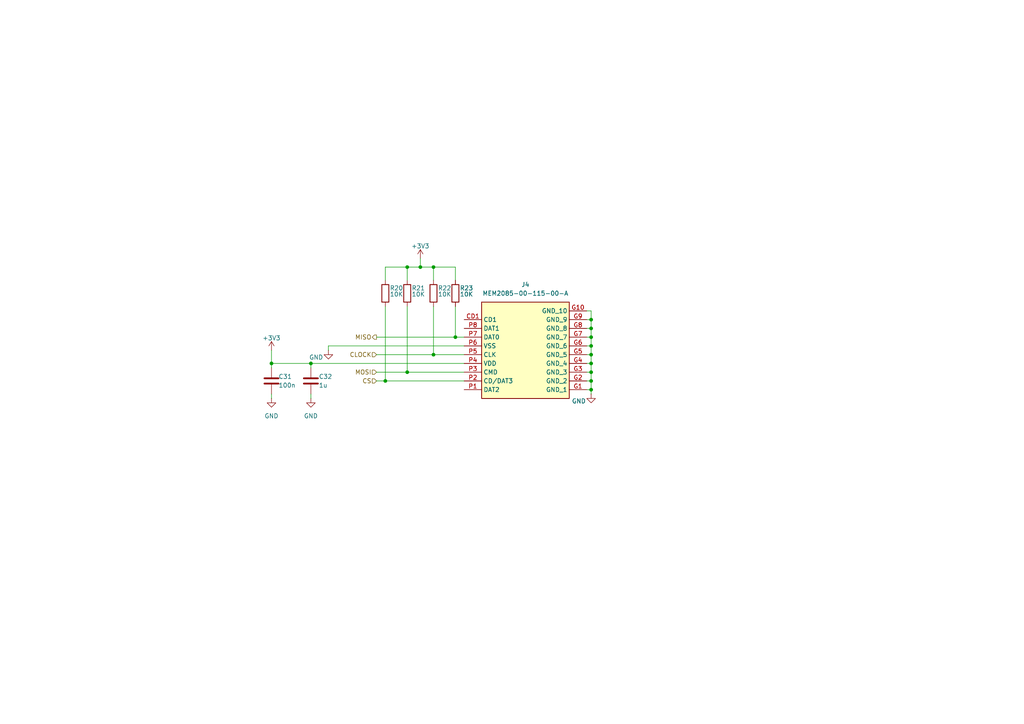
<source format=kicad_sch>
(kicad_sch (version 20250114) (generator "eeschema") (generator_version "9.0")
  (paper "A4")
  (lib_symbols
    (symbol "Device:C" (pin_numbers (hide yes)) (pin_names (offset 0.254))
      (property "Reference" "C" (at 0.635 2.54 0))
      (property "Value" "C" (at 0.635 -2.54 0))
      (symbol "C_0_1"
        (polyline (pts (xy -2.032 0.762) (xy 2.032 0.762)) (stroke (width 0.508)))
        (polyline (pts (xy -2.032 -0.762) (xy 2.032 -0.762)) (stroke (width 0.508)))
      )
      (symbol "C_1_1"
        (pin passive line (at 0 3.81 270) (length 2.794) (name "~") (number "1"))
        (pin passive line (at 0 -3.81 90) (length 2.794) (name "~") (number "2"))
      )
    )
    (symbol "Device:R" (pin_numbers (hide yes)) (pin_names (offset 0))
      (property "Reference" "R" (at 2.032 0 90))
      (property "Value" "R" (at 0 0 90))
      (symbol "R_0_1"
        (rectangle (start -1.016 -2.54) (end 1.016 2.54) (stroke (width 0.254)))
      )
      (symbol "R_1_1"
        (pin passive line (at 0 3.81 270) (length 1.27) (name "~") (number "1"))
        (pin passive line (at 0 -3.81 90) (length 1.27) (name "~") (number "2"))
      )
    )
    (symbol "MEM2085-00-115-00-A:MEM2085-00-115-00-A"
      (property "Reference" "J" (at 31.75 7.62 0))
      (property "Value" "MEM2085-00-115-00-A" (at 31.75 5.08 0))
      (symbol "MEM2085-00-115-00-A_1_1"
        (rectangle (start 5.08 2.54) (end 30.48 -25.4) (stroke (width 0.254)) (fill (type background)))
        (pin passive line (at 0 0 0) (length 5.08) (name "GND_1") (number "G1"))
        (pin passive line (at 0 -2.54 0) (length 5.08) (name "GND_2") (number "G2"))
        (pin passive line (at 0 -5.08 0) (length 5.08) (name "GND_3") (number "G3"))
        (pin passive line (at 0 -7.62 0) (length 5.08) (name "GND_4") (number "G4"))
        (pin passive line (at 0 -10.16 0) (length 5.08) (name "GND_5") (number "G5"))
        (pin passive line (at 0 -12.7 0) (length 5.08) (name "GND_6") (number "G6"))
        (pin passive line (at 0 -15.24 0) (length 5.08) (name "GND_7") (number "G7"))
        (pin passive line (at 0 -17.78 0) (length 5.08) (name "GND_8") (number "G8"))
        (pin passive line (at 0 -20.32 0) (length 5.08) (name "GND_9") (number "G9"))
        (pin passive line (at 0 -22.86 0) (length 5.08) (name "GND_10") (number "G10"))
        (pin passive line (at 35.56 0 180) (length 5.08) (name "DAT2") (number "P1"))
        (pin passive line (at 35.56 -2.54 180) (length 5.08) (name "CD/DAT3") (number "P2"))
        (pin passive line (at 35.56 -5.08 180) (length 5.08) (name "CMD") (number "P3"))
        (pin passive line (at 35.56 -7.62 180) (length 5.08) (name "VDD") (number "P4"))
        (pin passive line (at 35.56 -10.16 180) (length 5.08) (name "CLK") (number "P5"))
        (pin passive line (at 35.56 -12.7 180) (length 5.08) (name "VSS") (number "P6"))
        (pin passive line (at 35.56 -15.24 180) (length 5.08) (name "DAT0") (number "P7"))
        (pin passive line (at 35.56 -17.78 180) (length 5.08) (name "DAT1") (number "P8"))
        (pin passive line (at 35.56 -20.32 180) (length 5.08) (name "CD1") (number "CD1"))
      )
    )
    (symbol "power:+3V3" (power) (pin_names (offset 0))
      (property "Value" "+3V3" (at 0 3.556 0))
      (symbol "+3V3_0_1"
        (polyline (pts (xy -0.762 1.27) (xy 0 2.54)))
        (polyline (pts (xy 0 2.54) (xy 0.762 1.27)))
        (polyline (pts (xy 0 0) (xy 0 2.54)))
      )
      (symbol "+3V3_1_1"
        (pin power_in line (at 0 0 90) (length 0) (hide yes) (name "+3V3") (number "1"))
      )
    )
    (symbol "power:GND" (power) (pin_numbers (hide yes)) (pin_names (offset 0) (hide yes))
      (property "Value" "GND" (at 0 -3.81 0))
      (symbol "GND_0_1"
        (polyline (pts (xy 0 0) (xy 0 -1.27) (xy 1.27 -1.27) (xy 0 -2.54) (xy -1.27 -1.27) (xy 0 -1.27)))
      )
      (symbol "GND_1_1"
        (pin power_in line (at 0 0 270) (length 0) (name "~") (number "1"))
      )
    )
  )
  (junction (at 171.45 102.87))
  (junction (at 125.73 77.47))
  (junction (at 171.45 110.49))
  (junction (at 171.45 92.71))
  (junction (at 121.92 77.47))
  (junction (at 78.74 105.41))
  (junction (at 171.45 113.03))
  (junction (at 118.11 77.47))
  (junction (at 118.11 107.95))
  (junction (at 90.17 105.41))
  (junction (at 125.73 102.87))
  (junction (at 171.45 100.33))
  (junction (at 171.45 105.41))
  (junction (at 171.45 95.25))
  (junction (at 171.45 107.95))
  (junction (at 132.08 97.79))
  (junction (at 171.45 97.79))
  (junction (at 111.76 110.49))
  (wire (pts (xy 90.17 106.68) (xy 90.17 105.41)))
  (wire (pts (xy 125.73 102.87) (xy 134.62 102.87)))
  (wire (pts (xy 171.45 97.79) (xy 171.45 100.33)))
  (wire (pts (xy 170.18 107.95) (xy 171.45 107.95)))
  (wire (pts (xy 171.45 105.41) (xy 171.45 107.95)))
  (wire (pts (xy 170.18 105.41) (xy 171.45 105.41)))
  (wire (pts (xy 118.11 77.47) (xy 118.11 81.28)))
  (wire (pts (xy 132.08 88.9) (xy 132.08 97.79)))
  (wire (pts (xy 109.22 110.49) (xy 111.76 110.49)))
  (wire (pts (xy 78.74 101.6) (xy 78.74 105.41)))
  (wire (pts (xy 109.22 102.87) (xy 125.73 102.87)))
  (wire (pts (xy 125.73 88.9) (xy 125.73 102.87)))
  (wire (pts (xy 132.08 77.47) (xy 125.73 77.47)))
  (wire (pts (xy 170.18 110.49) (xy 171.45 110.49)))
  (wire (pts (xy 132.08 81.28) (xy 132.08 77.47)))
  (wire (pts (xy 118.11 88.9) (xy 118.11 107.95)))
  (wire (pts (xy 125.73 77.47) (xy 125.73 81.28)))
  (wire (pts (xy 118.11 77.47) (xy 121.92 77.47)))
  (wire (pts (xy 111.76 110.49) (xy 134.62 110.49)))
  (wire (pts (xy 171.45 113.03) (xy 171.45 114.3)))
  (wire (pts (xy 111.76 81.28) (xy 111.76 77.47)))
  (wire (pts (xy 171.45 110.49) (xy 171.45 113.03)))
  (wire (pts (xy 121.92 74.93) (xy 121.92 77.47)))
  (wire (pts (xy 78.74 105.41) (xy 90.17 105.41)))
  (wire (pts (xy 78.74 106.68) (xy 78.74 105.41)))
  (wire (pts (xy 171.45 100.33) (xy 171.45 102.87)))
  (wire (pts (xy 171.45 107.95) (xy 171.45 110.49)))
  (wire (pts (xy 111.76 77.47) (xy 118.11 77.47)))
  (wire (pts (xy 170.18 100.33) (xy 171.45 100.33)))
  (wire (pts (xy 170.18 113.03) (xy 171.45 113.03)))
  (wire (pts (xy 111.76 88.9) (xy 111.76 110.49)))
  (wire (pts (xy 78.74 115.57) (xy 78.74 114.3)))
  (wire (pts (xy 171.45 102.87) (xy 171.45 105.41)))
  (wire (pts (xy 121.92 77.47) (xy 125.73 77.47)))
  (wire (pts (xy 170.18 90.17) (xy 171.45 90.17)))
  (wire (pts (xy 90.17 105.41) (xy 134.62 105.41)))
  (wire (pts (xy 109.22 97.79) (xy 132.08 97.79)))
  (wire (pts (xy 109.22 107.95) (xy 118.11 107.95)))
  (wire (pts (xy 95.25 100.33) (xy 134.62 100.33)))
  (wire (pts (xy 170.18 95.25) (xy 171.45 95.25)))
  (wire (pts (xy 90.17 115.57) (xy 90.17 114.3)))
  (wire (pts (xy 171.45 92.71) (xy 171.45 95.25)))
  (wire (pts (xy 171.45 95.25) (xy 171.45 97.79)))
  (wire (pts (xy 170.18 102.87) (xy 171.45 102.87)))
  (wire (pts (xy 118.11 107.95) (xy 134.62 107.95)))
  (wire (pts (xy 95.25 100.33) (xy 95.25 101.6)))
  (wire (pts (xy 170.18 97.79) (xy 171.45 97.79)))
  (wire (pts (xy 132.08 97.79) (xy 134.62 97.79)))
  (wire (pts (xy 170.18 92.71) (xy 171.45 92.71)))
  (wire (pts (xy 171.45 90.17) (xy 171.45 92.71)))
  (hierarchical_label "MISO" (shape output) (at 109.22 97.79 180))
  (hierarchical_label "CLOCK" (shape input) (at 109.22 102.87 180))
  (hierarchical_label "MOSI" (shape input) (at 109.22 107.95 180))
  (hierarchical_label "CS" (shape input) (at 109.22 110.49 180))
  (symbol (lib_id "power:GND") (at 78.74 115.57 0) (unit 1)
    (property "Reference" "#PWR061" (effects (hide yes)))
    (property "Value" "GND" (at 78.74 120.65 0))
    (property "Description" "Power symbol creates a global label with name \"GND\" , ground" (effects (hide yes)))
  )
  (symbol (lib_id "MEM2085-00-115-00-A:MEM2085-00-115-00-A") (at 170.18 113.03 180) (unit 1)
    (property "Reference" "J4" (at 152.4 82.55 0))
    (property "Value" "MEM2085-00-115-00-A" (at 152.4 85.09 0))
    (property "Footprint" "components:MEM20850011500A" (effects (hide yes)))
    (property "Datasheet" "https://gct.co/files/drawings/mem2085.pdf" (effects (hide yes)))
    (property "Description" "Memory Card Connectors Micro SD Push Pull SMT 1.15mm No Peg" (effects (hide yes)))
    (property "Height" "1.35" (effects (hide yes)))
    (property "Mouser Part Number" "640-MEM20850011500A" (effects (hide yes)))
    (property "Mouser Price/Stock" "https://www.mouser.co.uk/ProductDetail/GCT/MEM2085-00-115-00-A?qs=rQFj71Wb1eWNkFUhuuvVIA%3D%3D" (effects (hide yes)))
    (property "Manufacturer_Name" "GCT (GLOBAL CONNECTOR TECHNOLOGY)" (effects (hide yes)))
    (property "Manufacturer_Part_Number" "MEM2085-00-115-00-A" (effects (hide yes)))
  )
  (symbol (lib_id "power:GND") (at 90.17 115.57 0) (unit 1)
    (property "Reference" "#PWR062" (effects (hide yes)))
    (property "Value" "GND" (at 90.17 120.65 0))
    (property "Description" "Power symbol creates a global label with name \"GND\" , ground" (effects (hide yes)))
  )
  (symbol (lib_id "power:+3V3") (at 121.92 74.93 0) (unit 1)
    (property "Reference" "#PWR064" (effects (hide yes)))
    (property "Value" "+3V3" (at 121.92 71.374 0))
  )
  (symbol (lib_id "power:GND") (at 95.25 101.6 0) (unit 1)
    (property "Reference" "#PWR063" (effects (hide yes)))
    (property "Value" "GND" (at 91.694 103.632 0))
    (property "Description" "Power symbol creates a global label with name \"GND\" , ground" (effects (hide yes)))
  )
  (symbol (lib_id "Device:C") (at 78.74 110.49 180) (unit 1)
    (property "Reference" "C31" (at 80.772 109.22 0) (effects (justify right)))
    (property "Value" "100n" (at 80.772 111.76 0) (effects (justify right)))
    (property "Footprint" "Capacitor_SMD:C_0402_1005Metric" (effects (hide yes)))
    (property "Description" "Unpolarized capacitor" (effects (hide yes)))
  )
  (symbol (lib_id "Device:C") (at 90.17 110.49 180) (unit 1)
    (property "Reference" "C32" (at 92.456 109.22 0) (effects (justify right)))
    (property "Value" "1u" (at 92.456 111.76 0) (effects (justify right)))
    (property "Footprint" "Capacitor_SMD:C_0402_1005Metric" (effects (hide yes)))
    (property "Description" "Unpolarized capacitor" (effects (hide yes)))
  )
  (symbol (lib_id "power:+3V3") (at 78.74 101.6 0) (unit 1)
    (property "Reference" "#PWR060" (effects (hide yes)))
    (property "Value" "+3V3" (at 78.74 98.044 0))
  )
  (symbol (lib_id "Device:R") (at 118.11 85.09 0) (unit 1)
    (property "Reference" "R21" (at 119.38 83.566 0) (effects (justify left)))
    (property "Value" "10K" (at 119.38 85.344 0) (effects (justify left)))
    (property "Footprint" "components:R_0402_1005Metric_small_pads" (effects (hide yes)))
    (property "Description" "Resistor" (effects (hide yes)))
  )
  (symbol (lib_id "power:GND") (at 171.45 114.3 0) (unit 1)
    (property "Reference" "#PWR065" (effects (hide yes)))
    (property "Value" "GND" (at 167.894 116.332 0))
    (property "Description" "Power symbol creates a global label with name \"GND\" , ground" (effects (hide yes)))
  )
  (symbol (lib_id "Device:R") (at 132.08 85.09 0) (unit 1)
    (property "Reference" "R23" (at 133.35 83.566 0) (effects (justify left)))
    (property "Value" "10K" (at 133.35 85.344 0) (effects (justify left)))
    (property "Footprint" "components:R_0402_1005Metric_small_pads" (effects (hide yes)))
    (property "Description" "Resistor" (effects (hide yes)))
  )
  (symbol (lib_id "Device:R") (at 125.73 85.09 0) (unit 1)
    (property "Reference" "R22" (at 127 83.566 0) (effects (justify left)))
    (property "Value" "10K" (at 127 85.344 0) (effects (justify left)))
    (property "Footprint" "components:R_0402_1005Metric_small_pads" (effects (hide yes)))
    (property "Description" "Resistor" (effects (hide yes)))
  )
  (symbol (lib_id "Device:R") (at 111.76 85.09 0) (unit 1)
    (property "Reference" "R20" (at 113.03 83.566 0) (effects (justify left)))
    (property "Value" "10K" (at 113.03 85.344 0) (effects (justify left)))
    (property "Footprint" "components:R_0402_1005Metric_small_pads" (effects (hide yes)))
    (property "Description" "Resistor" (effects (hide yes)))
  )
)
</source>
